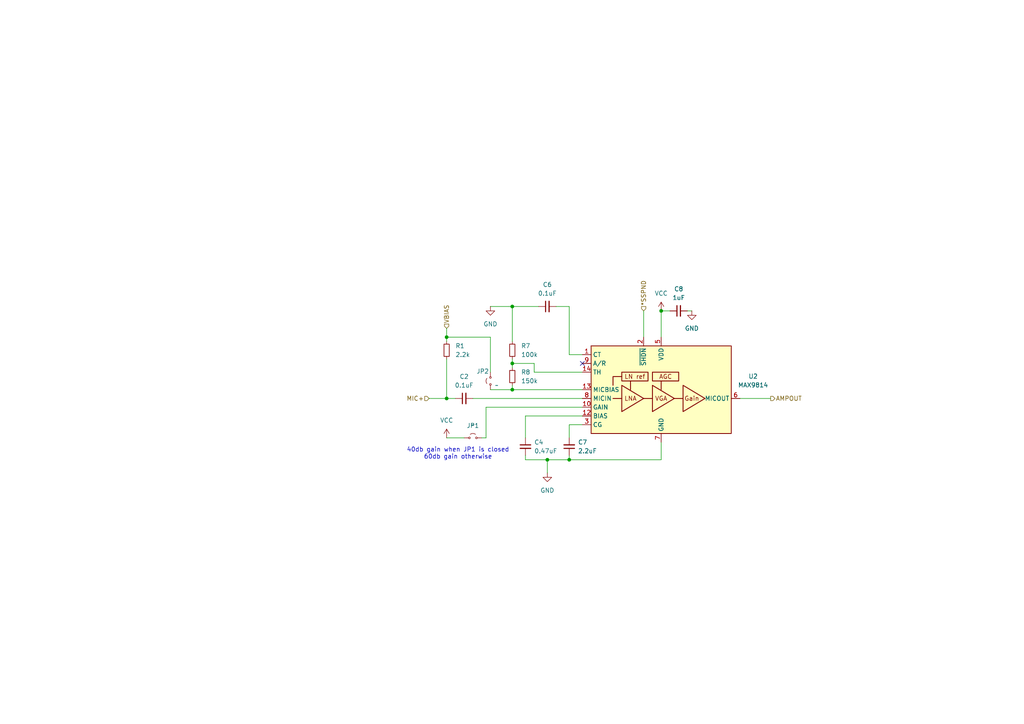
<source format=kicad_sch>
(kicad_sch (version 20250114) (generator "eeschema") (generator_version "9.0")
  (paper "A4")
  (title_block (title "Amplifier") (date "2025-05-26") (rev "0.1") (company "Maksym Rybalskyi <Maxdespairon@gmail.com>"))
  (lib_symbols
    (symbol "Amplifier_Audio:MAX9814"
      (property "Reference" "U" (at -20.32 13.97 0))
      (property "Value" "MAX9814" (at 11.43 13.97 0))
      (symbol "MAX9814_0_0"
        (rectangle (start -11.43 5.08) (end -3.81 2.54) (stroke (width 0.254)))
        (polyline (pts (xy -11.43 3.81) (xy -13.97 3.81) (xy -13.97 1.27)) (stroke (width 0.254)))
        (polyline (pts (xy -11.43 -2.54) (xy -13.97 -2.54)) (stroke (width 0.254)))
        (polyline (pts (xy -8.89 2.54) (xy -8.89 0)) (stroke (width 0.254)))
        (polyline (pts (xy -5.08 -2.54) (xy -11.43 1.27) (xy -11.43 -6.35) (xy -5.08 -2.54)) (stroke (width 0.254)))
        (rectangle (start -2.54 5.08) (end 5.08 2.54) (stroke (width 0.254)))
        (polyline (pts (xy -2.54 -2.54) (xy -5.08 -2.54)) (stroke (width 0.254)))
        (polyline (pts (xy 0 2.54) (xy 0 0)) (stroke (width 0.254)))
        (polyline (pts (xy 3.81 -2.54) (xy 6.35 -2.54)) (stroke (width 0.254)))
        (polyline (pts (xy 3.81 -2.54) (xy -2.54 1.27) (xy -2.54 -6.35) (xy 3.81 -2.54)) (stroke (width 0.254)))
        (polyline (pts (xy 12.7 -2.54) (xy 6.35 1.27) (xy 6.35 -6.35) (xy 12.7 -2.54)) (stroke (width 0.254)))
        (text "LNA" (at -8.89 -2.54 0) (effects (font (size 1.27 1.27))))
        (text "LN ref" (at -7.62 3.81 0) (effects (font (size 1.27 1.27))))
        (text "VGA" (at 0 -2.54 0) (effects (font (size 1.27 1.27))))
        (text "AGC" (at 1.27 3.81 0) (effects (font (size 1.27 1.27))))
        (text "Gain" (at 8.89 -2.54 0) (effects (font (size 1.27 1.27))))
      )
      (symbol "MAX9814_0_1"
        (rectangle (start -20.32 12.7) (end 20.32 -12.7) (stroke (width 0.254)) (fill (type background)))
      )
      (symbol "MAX9814_1_1"
        (pin input line (at -22.86 10.16 0) (length 2.54) (name "CT") (number "1"))
        (pin input line (at -22.86 7.62 0) (length 2.54) (name "A/R") (number "9"))
        (pin input line (at -22.86 5.08 0) (length 2.54) (name "TH") (number "14"))
        (pin output line (at -22.86 0 0) (length 2.54) (name "MICBIAS") (number "13"))
        (pin input line (at -22.86 -2.54 0) (length 2.54) (name "MICIN") (number "8"))
        (pin input line (at -22.86 -5.08 0) (length 2.54) (name "GAIN") (number "10"))
        (pin passive line (at -22.86 -7.62 0) (length 2.54) (name "BIAS") (number "12"))
        (pin passive line (at -22.86 -10.16 0) (length 2.54) (name "CG") (number "3"))
        (pin input line (at -5.08 15.24 270) (length 2.54) (name "~{SHDN}") (number "2"))
        (pin power_in line (at 0 15.24 270) (length 2.54) (name "VDD") (number "5"))
        (pin passive line (at 0 -15.24 90) (length 2.54) (hide yes) (name "GND") (number "11"))
        (pin passive line (at 0 -15.24 90) (length 2.54) (hide yes) (name "GND") (number "15"))
        (pin passive line (at 0 -15.24 90) (length 2.54) (hide yes) (name "GND") (number "4"))
        (pin power_in line (at 0 -15.24 90) (length 2.54) (name "GND") (number "7"))
        (pin output line (at 22.86 -2.54 180) (length 2.54) (name "MICOUT") (number "6"))
      )
    )
    (symbol "Device:C_Small" (pin_numbers (hide yes)) (pin_names (offset 0.254) (hide yes))
      (property "Reference" "C" (at 0.254 1.778 0))
      (property "Value" "C_Small" (at 0.254 -2.032 0))
      (symbol "C_Small_0_1"
        (polyline (pts (xy -1.524 0.508) (xy 1.524 0.508)) (stroke (width 0.3048)))
        (polyline (pts (xy -1.524 -0.508) (xy 1.524 -0.508)) (stroke (width 0.3302)))
      )
      (symbol "C_Small_1_1"
        (pin passive line (at 0 2.54 270) (length 2.032) (name "~") (number "1"))
        (pin passive line (at 0 -2.54 90) (length 2.032) (name "~") (number "2"))
      )
    )
    (symbol "Device:R_Small" (pin_numbers (hide yes)) (pin_names (offset 0.254) (hide yes))
      (property "Reference" "R" (at 0 0 90))
      (property "Value" "R_Small" (at 1.778 0 90))
      (symbol "R_Small_0_1"
        (rectangle (start -0.762 1.778) (end 0.762 -1.778) (stroke (width 0.2032)))
      )
      (symbol "R_Small_1_1"
        (pin passive line (at 0 2.54 270) (length 0.762) (name "~") (number "1"))
        (pin passive line (at 0 -2.54 90) (length 0.762) (name "~") (number "2"))
      )
    )
    (symbol "Jumper:Jumper_2_Small_Open" (pin_numbers (hide yes)) (pin_names (offset 0) (hide yes))
      (property "Reference" "JP" (at 0 2.794 0))
      (property "Value" "Jumper_2_Small_Open" (at 0 -2.286 0))
      (symbol "Jumper_2_Small_Open_0_0"
        (circle (center -1.016 0) (radius 0.254))
        (circle (center 1.016 0) (radius 0.254))
      )
      (symbol "Jumper_2_Small_Open_0_1"
        (arc (start -0.762 1.0196) (mid 0 1.2729) (end 0.762 1.0196))
      )
      (symbol "Jumper_2_Small_Open_1_1"
        (pin passive line (at -2.54 0 0) (length 1.27) (name "A") (number "1"))
        (pin passive line (at 2.54 0 180) (length 1.27) (name "B") (number "2"))
      )
    )
    (symbol "power:GND" (power) (pin_numbers (hide yes)) (pin_names (offset 0) (hide yes))
      (property "Value" "GND" (at 0 -3.81 0))
      (symbol "GND_0_1"
        (polyline (pts (xy 0 0) (xy 0 -1.27) (xy 1.27 -1.27) (xy 0 -2.54) (xy -1.27 -1.27) (xy 0 -1.27)))
      )
      (symbol "GND_1_1"
        (pin power_in line (at 0 0 270) (length 0) (name "~") (number "1"))
      )
    )
    (symbol "power:VCC" (power) (pin_numbers (hide yes)) (pin_names (offset 0) (hide yes))
      (property "Value" "VCC" (at 0 3.556 0))
      (symbol "VCC_0_1"
        (polyline (pts (xy -0.762 1.27) (xy 0 2.54)))
        (polyline (pts (xy 0 2.54) (xy 0.762 1.27)))
        (polyline (pts (xy 0 0) (xy 0 2.54)))
      )
      (symbol "VCC_1_1"
        (pin power_in line (at 0 0 90) (length 0) (name "~") (number "1"))
      )
    )
  )
  (text "40db gain when JP1 is closed\n60db gain otherwise" (at 132.842 131.572 0) (effects (font (size 1.27 1.27))))
  (junction (at 191.77 90.17))
  (junction (at 148.59 105.41))
  (junction (at 129.54 97.79))
  (junction (at 165.1 133.35))
  (junction (at 129.54 115.57))
  (junction (at 148.59 113.03))
  (junction (at 158.75 133.35))
  (junction (at 148.59 88.9))
  (no_connect (at 168.91 105.41))
  (wire (pts (xy 165.1 88.9) (xy 165.1 102.87)))
  (wire (pts (xy 200.66 90.17) (xy 199.39 90.17)))
  (wire (pts (xy 158.75 133.35) (xy 158.75 137.16)))
  (wire (pts (xy 148.59 113.03) (xy 168.91 113.03)))
  (wire (pts (xy 139.7 127) (xy 140.97 127)))
  (wire (pts (xy 168.91 120.65) (xy 152.4 120.65)))
  (wire (pts (xy 148.59 111.76) (xy 148.59 113.03)))
  (wire (pts (xy 140.97 118.11) (xy 140.97 127)))
  (wire (pts (xy 191.77 90.17) (xy 194.31 90.17)))
  (wire (pts (xy 148.59 104.14) (xy 148.59 105.41)))
  (wire (pts (xy 129.54 95.25) (xy 129.54 97.79)))
  (wire (pts (xy 165.1 123.19) (xy 165.1 127)))
  (wire (pts (xy 148.59 105.41) (xy 148.59 106.68)))
  (wire (pts (xy 168.91 107.95) (xy 154.94 107.95)))
  (wire (pts (xy 142.24 97.79) (xy 142.24 107.95)))
  (wire (pts (xy 154.94 107.95) (xy 154.94 105.41)))
  (wire (pts (xy 154.94 105.41) (xy 148.59 105.41)))
  (wire (pts (xy 191.77 128.27) (xy 191.77 133.35)))
  (wire (pts (xy 129.54 97.79) (xy 142.24 97.79)))
  (wire (pts (xy 161.29 88.9) (xy 165.1 88.9)))
  (wire (pts (xy 152.4 120.65) (xy 152.4 127)))
  (wire (pts (xy 165.1 132.08) (xy 165.1 133.35)))
  (wire (pts (xy 148.59 88.9) (xy 148.59 99.06)))
  (wire (pts (xy 214.63 115.57) (xy 223.52 115.57)))
  (wire (pts (xy 152.4 132.08) (xy 152.4 133.35)))
  (wire (pts (xy 168.91 102.87) (xy 165.1 102.87)))
  (wire (pts (xy 129.54 127) (xy 134.62 127)))
  (wire (pts (xy 129.54 115.57) (xy 132.08 115.57)))
  (wire (pts (xy 124.46 115.57) (xy 129.54 115.57)))
  (wire (pts (xy 129.54 97.79) (xy 129.54 99.06)))
  (wire (pts (xy 148.59 88.9) (xy 156.21 88.9)))
  (wire (pts (xy 158.75 133.35) (xy 165.1 133.35)))
  (wire (pts (xy 168.91 123.19) (xy 165.1 123.19)))
  (wire (pts (xy 165.1 133.35) (xy 191.77 133.35)))
  (wire (pts (xy 140.97 118.11) (xy 168.91 118.11)))
  (wire (pts (xy 186.69 90.17) (xy 186.69 97.79)))
  (wire (pts (xy 152.4 133.35) (xy 158.75 133.35)))
  (wire (pts (xy 191.77 90.17) (xy 191.77 97.79)))
  (wire (pts (xy 129.54 104.14) (xy 129.54 115.57)))
  (wire (pts (xy 137.16 115.57) (xy 168.91 115.57)))
  (wire (pts (xy 142.24 113.03) (xy 148.59 113.03)))
  (wire (pts (xy 142.24 88.9) (xy 148.59 88.9)))
  (hierarchical_label "VBIAS" (shape input) (at 129.54 95.25 90))
  (hierarchical_label "MIC+" (shape input) (at 124.46 115.57 180))
  (hierarchical_label "AMPOUT" (shape output) (at 223.52 115.57 0))
  (hierarchical_label "*SSPND" (shape input) (at 186.69 90.17 90))
  (symbol (lib_id "power:VCC") (at 129.54 127 0) (unit 1)
    (property "Reference" "#PWR06" (effects (hide yes)))
    (property "Value" "VCC" (at 129.54 121.92 0))
    (property "Description" "Power symbol creates a global label with name \"VCC\"" (effects (hide yes)))
  )
  (symbol (lib_id "power:VCC") (at 191.77 90.17 0) (unit 1)
    (property "Reference" "#PWR01" (effects (hide yes)))
    (property "Value" "VCC" (at 191.77 85.09 0))
    (property "Description" "Power symbol creates a global label with name \"VCC\"" (effects (hide yes)))
  )
  (symbol (lib_id "Device:C_Small") (at 134.62 115.57 90) (unit 1)
    (property "Reference" "C2" (at 134.6263 109.22 90))
    (property "Value" "0.1uF" (at 134.6263 111.76 90))
    (property "Description" "Unpolarized capacitor, small symbol" (effects (hide yes)))
  )
  (symbol (lib_id "power:GND") (at 142.24 88.9 0) (unit 1)
    (property "Reference" "#PWR03" (effects (hide yes)))
    (property "Value" "GND" (at 142.24 93.98 0))
    (property "Description" "Power symbol creates a global label with name \"GND\" , ground" (effects (hide yes)))
  )
  (symbol (lib_id "power:GND") (at 158.75 137.16 0) (unit 1)
    (property "Reference" "#PWR05" (effects (hide yes)))
    (property "Value" "GND" (at 158.75 142.24 0))
    (property "Description" "Power symbol creates a global label with name \"GND\" , ground" (effects (hide yes)))
  )
  (symbol (lib_id "Amplifier_Audio:MAX9814") (at 191.77 113.03 0) (unit 1)
    (property "Reference" "U2" (at 218.44 109.1498 0))
    (property "Value" "MAX9814" (at 218.44 111.6898 0))
    (property "Footprint" "Package_DFN_QFN:DFN-14-1EP_3x3mm_P0.4mm_EP1.78x2.35mm" (effects (hide yes)))
    (property "Datasheet" "https://datasheets.maximintegrated.com/en/ds/MAX9814.pdf" (effects (hide yes)))
    (property "Description" "Microphone Amplifier with AGC and Low-Noise Microphone Bias, TDFN-14" (effects (hide yes)))
  )
  (symbol (lib_id "power:GND") (at 200.66 90.17 0) (unit 1)
    (property "Reference" "#PWR02" (effects (hide yes)))
    (property "Value" "GND" (at 200.66 95.25 0))
    (property "Description" "Power symbol creates a global label with name \"GND\" , ground" (effects (hide yes)))
  )
  (symbol (lib_id "Jumper:Jumper_2_Small_Open") (at 142.24 110.49 90) (unit 1)
    (property "Reference" "JP2" (at 138.176 107.696 90) (effects (justify right)))
    (property "Value" "~" (at 143.51 111.76 90) (effects (justify right)))
    (property "Description" "Jumper, 2-pole, small symbol, open" (effects (hide yes)))
  )
  (symbol (lib_id "Device:C_Small") (at 152.4 129.54 0) (unit 1)
    (property "Reference" "C4" (at 154.94 128.2762 0) (effects (justify left)))
    (property "Value" "0.47uF" (at 154.94 130.8162 0) (effects (justify left)))
    (property "Description" "Unpolarized capacitor, small symbol" (effects (hide yes)))
  )
  (symbol (lib_id "Device:R_Small") (at 148.59 109.22 0) (unit 1)
    (property "Reference" "R8" (at 151.13 107.9499 0) (effects (justify left)))
    (property "Value" "150k" (at 151.13 110.4899 0) (effects (justify left)))
    (property "Description" "Resistor, small symbol" (effects (hide yes)))
  )
  (symbol (lib_id "Jumper:Jumper_2_Small_Open") (at 137.16 127 0) (unit 1)
    (property "Reference" "JP1" (at 137.16 123.444 0))
    (property "Value" "~" (at 137.16 123.19 0))
    (property "Description" "Jumper, 2-pole, small symbol, open" (effects (hide yes)))
  )
  (symbol (lib_id "Device:R_Small") (at 129.54 101.6 0) (unit 1)
    (property "Reference" "R1" (at 132.08 100.3299 0) (effects (justify left)))
    (property "Value" "2.2k" (at 132.08 102.8699 0) (effects (justify left)))
    (property "Description" "Resistor, small symbol" (effects (hide yes)))
  )
  (symbol (lib_id "Device:C_Small") (at 158.75 88.9 90) (unit 1)
    (property "Reference" "C6" (at 158.7563 82.55 90))
    (property "Value" "0.1uF" (at 158.7563 85.09 90))
    (property "Description" "Unpolarized capacitor, small symbol" (effects (hide yes)))
  )
  (symbol (lib_id "Device:R_Small") (at 148.59 101.6 0) (unit 1)
    (property "Reference" "R7" (at 151.13 100.3299 0) (effects (justify left)))
    (property "Value" "100k" (at 151.13 102.8699 0) (effects (justify left)))
    (property "Description" "Resistor, small symbol" (effects (hide yes)))
  )
  (symbol (lib_id "Device:C_Small") (at 196.85 90.17 90) (unit 1)
    (property "Reference" "C8" (at 196.8563 83.82 90))
    (property "Value" "1uF" (at 196.8563 86.36 90))
    (property "Description" "Unpolarized capacitor, small symbol" (effects (hide yes)))
  )
  (symbol (lib_id "Device:C_Small") (at 165.1 129.54 180) (unit 1)
    (property "Reference" "C7" (at 167.64 128.2635 0) (effects (justify right)))
    (property "Value" "2.2uF" (at 167.64 130.8035 0) (effects (justify right)))
    (property "Description" "Unpolarized capacitor, small symbol" (effects (hide yes)))
  )
)
</source>
